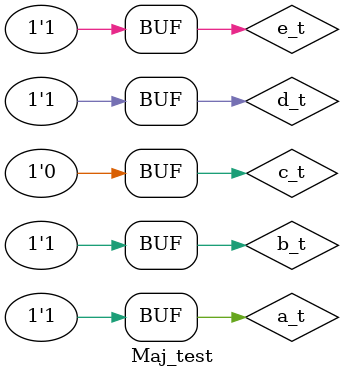
<source format=v>
`timescale 1ns / 1ps


module Maj_test;
localparam T=10;
	// Inputs
	reg a_t;
	reg b_t;
	reg c_t;
	reg d_t;
	reg e_t;
   wire z;
	// Instantiate the Unit Under Test (UUT)
	Maj uut (
		.a(a_t), 
		.b(b_t), 
		.c(c_t), 
		.d(d_t), 
		.e(e_t), 
		.z(z)
	);
		 
	initial begin
		// Initialize Inputs
		a_t = 0;
		b_t = 0;
		c_t = 0;
		d_t = 0;
		e_t = 0;
		// Wait 100 ns for global reset to finish
		#T;
        
		// Add stimulus here
		a_t = 1;
		b_t = 1;
		c_t = 0;
		d_t = 1;
		e_t = 0;
		// Wait 100 ns for global reset to finish
		#T;
		
				a_t = 0;
		b_t = 0;
		c_t = 0;
		d_t = 0;
		e_t = 1;
		// Wait 100 ns for global reset to finish
		#T;
		
				a_t = 1;
		b_t = 0;
		c_t = 0;
		d_t = 1;
		e_t = 1;
		// Wait 100 ns for global reset to finish
		#T;
		
				a_t = 0;
		b_t = 1;
		c_t = 1;
		d_t = 0;
		e_t = 0;
		// Wait 100 ns for global reset to finish
		#T;
		
				a_t = 1;
		b_t = 0;
		c_t = 1;
		d_t = 0;
		e_t = 0;
		// Wait 100 ns for global reset to finish
		#T;
		
				a_t = 0;
		b_t = 1;
		c_t = 1;
		d_t = 0;
		e_t = 1;
		// Wait 100 ns for global reset to finish
		#T;
		
				a_t = 0;
		b_t = 1;
		c_t = 0;
		d_t = 0;
		e_t = 1;
		// Wait 100 ns for global reset to finish
		#T;
		
				a_t = 1;
		b_t = 1;
		c_t = 0;
		d_t = 1;
		e_t = 1;
		// Wait 100 ns for global reset to finish
		#T;
	end
      
endmodule


</source>
